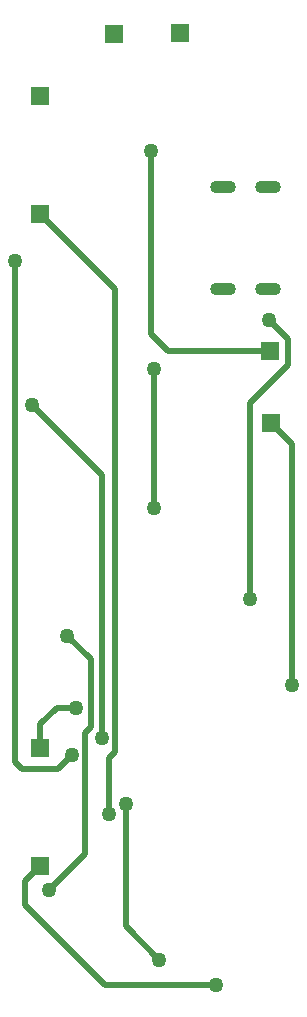
<source format=gbr>
%TF.GenerationSoftware,Altium Limited,Altium Designer,22.2.1 (43)*%
G04 Layer_Physical_Order=1*
G04 Layer_Color=255*
%FSLAX45Y45*%
%MOMM*%
%TF.SameCoordinates,1A700276-89F6-4FF8-B3D7-4A67EA63658B*%
%TF.FilePolarity,Positive*%
%TF.FileFunction,Copper,L1,Top,Signal*%
%TF.Part,Single*%
G01*
G75*
%TA.AperFunction,Conductor*%
%ADD10C,0.50000*%
%TA.AperFunction,ComponentPad*%
%ADD11O,2.20000X1.10000*%
%ADD12R,1.50000X1.50000*%
%ADD13R,1.50000X1.50000*%
%TA.AperFunction,ViaPad*%
%ADD14C,1.27000*%
D10*
X15588478Y10027422D02*
X15748000Y9867900D01*
X15430499Y9326880D02*
X15748000Y9644380D01*
Y9867900D01*
X13436600Y6286500D02*
X13500101Y6223000D01*
X13802101D01*
X13436600Y6286500D02*
Y10525760D01*
X13802101Y6223000D02*
X13919200Y6340099D01*
X13791006Y6742506D02*
X13954761D01*
X13652499Y6400876D02*
Y6604000D01*
X13791006Y6742506D01*
X13525500Y5072781D02*
Y5273878D01*
X13652499Y5400878D01*
X13525500Y5072781D02*
X14204082Y4394200D01*
X14587219Y9911080D02*
Y11460480D01*
X15608299Y9156700D02*
X15786099Y8978900D01*
Y6936740D02*
Y8978900D01*
X13726160Y5196840D02*
X14033104Y5503784D01*
Y6532088D01*
X14079221Y6578204D01*
Y7155180D01*
X13881100Y7353300D02*
X14079221Y7155180D01*
X13583920Y9304020D02*
X14173199Y8714740D01*
Y6484620D02*
Y8714740D01*
X14587219Y9911080D02*
X14732001Y9766300D01*
X15595599D01*
X15430499Y7668260D02*
Y9326880D01*
X14615160Y8435340D02*
Y9613900D01*
X14236700Y5842000D02*
Y6320312D01*
X14287103Y6370716D01*
Y10287396D01*
X13652499Y10922000D02*
X14287103Y10287396D01*
X14376401Y4892040D02*
X14658340Y4610100D01*
X14376401Y4892040D02*
Y5928360D01*
X14204082Y4394200D02*
X15138400D01*
D11*
X15202901Y11151001D02*
D03*
Y10287000D02*
D03*
X15582899Y11151001D02*
D03*
Y10287000D02*
D03*
D12*
X15595599Y9766300D02*
D03*
X14833600Y12458700D02*
D03*
X14274800Y12446000D02*
D03*
X15608299Y9156700D02*
D03*
D13*
X13652499Y6400876D02*
D03*
Y10922000D02*
D03*
Y5400878D02*
D03*
Y11925300D02*
D03*
D14*
X14587219Y11460480D02*
D03*
X15786099Y6936740D02*
D03*
X13954761Y6742506D02*
D03*
X13726160Y5196840D02*
D03*
X13881100Y7353300D02*
D03*
X13436600Y10525760D02*
D03*
X13919200Y6340099D02*
D03*
X13583920Y9304020D02*
D03*
X14173199Y6484620D02*
D03*
X15430499Y7668260D02*
D03*
X15588478Y10027422D02*
D03*
X14615160Y9613900D02*
D03*
Y8435340D02*
D03*
X14236700Y5842000D02*
D03*
X14658340Y4610100D02*
D03*
X14376401Y5928360D02*
D03*
X15138400Y4394200D02*
D03*
%TF.MD5,39bd2de42564b1e4ff0d14cb32e41f95*%
M02*

</source>
